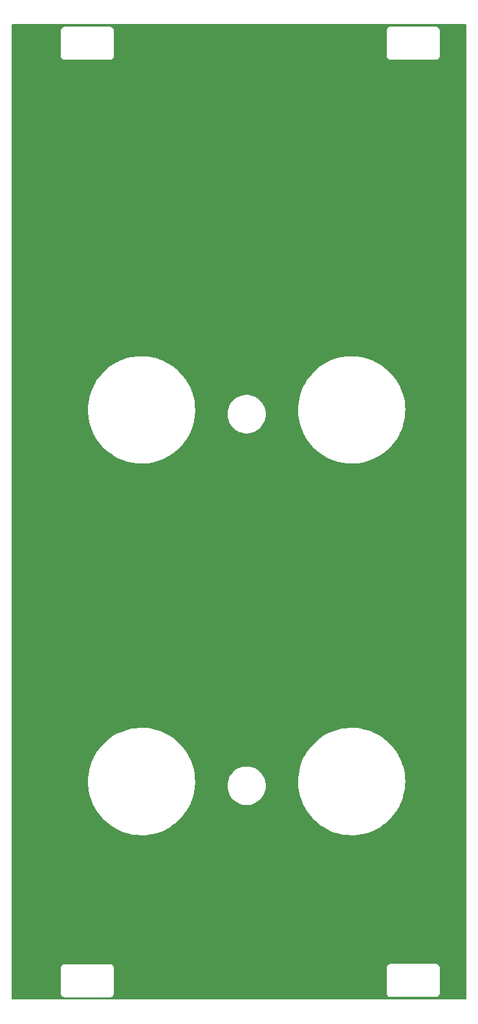
<source format=gbr>
%TF.GenerationSoftware,KiCad,Pcbnew,(6.0.4-0)*%
%TF.CreationDate,2022-10-28T00:48:46+02:00*%
%TF.ProjectId,NE2Pi-Frontpanel,4e453250-692d-4467-926f-6e7470616e65,rev?*%
%TF.SameCoordinates,Original*%
%TF.FileFunction,Copper,L1,Top*%
%TF.FilePolarity,Positive*%
%FSLAX46Y46*%
G04 Gerber Fmt 4.6, Leading zero omitted, Abs format (unit mm)*
G04 Created by KiCad (PCBNEW (6.0.4-0)) date 2022-10-28 00:48:46*
%MOMM*%
%LPD*%
G01*
G04 APERTURE LIST*
G04 APERTURE END LIST*
%TA.AperFunction,NonConductor*%
G36*
X80083621Y-18848502D02*
G01*
X80130114Y-18902158D01*
X80141500Y-18954500D01*
X80141500Y-146115500D01*
X80121498Y-146183621D01*
X80067842Y-146230114D01*
X80015500Y-146241500D01*
X20684500Y-146241500D01*
X20616379Y-146221498D01*
X20569886Y-146167842D01*
X20558500Y-146115500D01*
X20558500Y-145489721D01*
X27041024Y-145489721D01*
X27043491Y-145498352D01*
X27049150Y-145518153D01*
X27052728Y-145534915D01*
X27056920Y-145564187D01*
X27060634Y-145572355D01*
X27060634Y-145572356D01*
X27067548Y-145587562D01*
X27073996Y-145605086D01*
X27081051Y-145629771D01*
X27085843Y-145637365D01*
X27085844Y-145637368D01*
X27096830Y-145654780D01*
X27104969Y-145669863D01*
X27117208Y-145696782D01*
X27123069Y-145703584D01*
X27133970Y-145716235D01*
X27145073Y-145731239D01*
X27158776Y-145752958D01*
X27165501Y-145758897D01*
X27165504Y-145758901D01*
X27180938Y-145772532D01*
X27192982Y-145784724D01*
X27206427Y-145800327D01*
X27206430Y-145800329D01*
X27212287Y-145807127D01*
X27219816Y-145812007D01*
X27219817Y-145812008D01*
X27233835Y-145821094D01*
X27248709Y-145832385D01*
X27253377Y-145836507D01*
X27267951Y-145849378D01*
X27293708Y-145861471D01*
X27294711Y-145861942D01*
X27309691Y-145870263D01*
X27326983Y-145881471D01*
X27326988Y-145881473D01*
X27334515Y-145886352D01*
X27343108Y-145888922D01*
X27343113Y-145888924D01*
X27359120Y-145893711D01*
X27376564Y-145900372D01*
X27391676Y-145907467D01*
X27391678Y-145907468D01*
X27399800Y-145911281D01*
X27408667Y-145912662D01*
X27408668Y-145912662D01*
X27411353Y-145913080D01*
X27429017Y-145915830D01*
X27445732Y-145919613D01*
X27465466Y-145925515D01*
X27465472Y-145925516D01*
X27474066Y-145928086D01*
X27483037Y-145928141D01*
X27483038Y-145928141D01*
X27493097Y-145928202D01*
X27508506Y-145928296D01*
X27509289Y-145928329D01*
X27510386Y-145928500D01*
X27541377Y-145928500D01*
X27542147Y-145928502D01*
X27615785Y-145928952D01*
X27615786Y-145928952D01*
X27619721Y-145928976D01*
X27621065Y-145928592D01*
X27622410Y-145928500D01*
X33441377Y-145928500D01*
X33442148Y-145928502D01*
X33519721Y-145928976D01*
X33548152Y-145920850D01*
X33564915Y-145917272D01*
X33565753Y-145917152D01*
X33594187Y-145913080D01*
X33603214Y-145908976D01*
X33617562Y-145902452D01*
X33635087Y-145896004D01*
X33635696Y-145895830D01*
X33659771Y-145888949D01*
X33667365Y-145884157D01*
X33667368Y-145884156D01*
X33684780Y-145873170D01*
X33699865Y-145865030D01*
X33726782Y-145852792D01*
X33746235Y-145836030D01*
X33761239Y-145824927D01*
X33782958Y-145811224D01*
X33788897Y-145804499D01*
X33788901Y-145804496D01*
X33802532Y-145789062D01*
X33814724Y-145777018D01*
X33830327Y-145763573D01*
X33830329Y-145763570D01*
X33837127Y-145757713D01*
X33851094Y-145736165D01*
X33862385Y-145721291D01*
X33873431Y-145708783D01*
X33873432Y-145708782D01*
X33879378Y-145702049D01*
X33891943Y-145675287D01*
X33900263Y-145660309D01*
X33911471Y-145643017D01*
X33911473Y-145643012D01*
X33916352Y-145635485D01*
X33918922Y-145626892D01*
X33918924Y-145626887D01*
X33923711Y-145610880D01*
X33930372Y-145593436D01*
X33937467Y-145578324D01*
X33937468Y-145578322D01*
X33941281Y-145570200D01*
X33945830Y-145540983D01*
X33949613Y-145524268D01*
X33955515Y-145504534D01*
X33955516Y-145504528D01*
X33958086Y-145495934D01*
X33958246Y-145469721D01*
X69691024Y-145469721D01*
X69693491Y-145478352D01*
X69699150Y-145498153D01*
X69702728Y-145514915D01*
X69706920Y-145544187D01*
X69710634Y-145552355D01*
X69710634Y-145552356D01*
X69717548Y-145567562D01*
X69723996Y-145585086D01*
X69731051Y-145609771D01*
X69735843Y-145617365D01*
X69735844Y-145617368D01*
X69746830Y-145634780D01*
X69754969Y-145649863D01*
X69767208Y-145676782D01*
X69773069Y-145683584D01*
X69783970Y-145696235D01*
X69795073Y-145711239D01*
X69808776Y-145732958D01*
X69815501Y-145738897D01*
X69815504Y-145738901D01*
X69830938Y-145752532D01*
X69842982Y-145764724D01*
X69856427Y-145780327D01*
X69856430Y-145780329D01*
X69862287Y-145787127D01*
X69869816Y-145792007D01*
X69869817Y-145792008D01*
X69883835Y-145801094D01*
X69898709Y-145812385D01*
X69908571Y-145821094D01*
X69917951Y-145829378D01*
X69944711Y-145841942D01*
X69959691Y-145850263D01*
X69976983Y-145861471D01*
X69976988Y-145861473D01*
X69984515Y-145866352D01*
X69993108Y-145868922D01*
X69993113Y-145868924D01*
X70009120Y-145873711D01*
X70026564Y-145880372D01*
X70041676Y-145887467D01*
X70041678Y-145887468D01*
X70049800Y-145891281D01*
X70058667Y-145892662D01*
X70058668Y-145892662D01*
X70068310Y-145894163D01*
X70079017Y-145895830D01*
X70095732Y-145899613D01*
X70115466Y-145905515D01*
X70115472Y-145905516D01*
X70124066Y-145908086D01*
X70133037Y-145908141D01*
X70133038Y-145908141D01*
X70143097Y-145908202D01*
X70158506Y-145908296D01*
X70159289Y-145908329D01*
X70160386Y-145908500D01*
X70191377Y-145908500D01*
X70192147Y-145908502D01*
X70265785Y-145908952D01*
X70265786Y-145908952D01*
X70269721Y-145908976D01*
X70271065Y-145908592D01*
X70272410Y-145908500D01*
X76091377Y-145908500D01*
X76092148Y-145908502D01*
X76169721Y-145908976D01*
X76198152Y-145900850D01*
X76214915Y-145897272D01*
X76215753Y-145897152D01*
X76244187Y-145893080D01*
X76267564Y-145882451D01*
X76285087Y-145876004D01*
X76309771Y-145868949D01*
X76317365Y-145864157D01*
X76317368Y-145864156D01*
X76334780Y-145853170D01*
X76349865Y-145845030D01*
X76353382Y-145843431D01*
X76376782Y-145832792D01*
X76396235Y-145816030D01*
X76411239Y-145804927D01*
X76432958Y-145791224D01*
X76438897Y-145784499D01*
X76438901Y-145784496D01*
X76452532Y-145769062D01*
X76464724Y-145757018D01*
X76480327Y-145743573D01*
X76480329Y-145743570D01*
X76487127Y-145737713D01*
X76493223Y-145728309D01*
X76501094Y-145716165D01*
X76512385Y-145701291D01*
X76523431Y-145688783D01*
X76523432Y-145688782D01*
X76529378Y-145682049D01*
X76541943Y-145655287D01*
X76550263Y-145640309D01*
X76561471Y-145623017D01*
X76561473Y-145623012D01*
X76566352Y-145615485D01*
X76568922Y-145606892D01*
X76568924Y-145606887D01*
X76573711Y-145590880D01*
X76580372Y-145573436D01*
X76587467Y-145558324D01*
X76587468Y-145558322D01*
X76591281Y-145550200D01*
X76595830Y-145520983D01*
X76599613Y-145504268D01*
X76605515Y-145484534D01*
X76605516Y-145484528D01*
X76608086Y-145475934D01*
X76608296Y-145441494D01*
X76608329Y-145440711D01*
X76608500Y-145439614D01*
X76608500Y-145408623D01*
X76608502Y-145407853D01*
X76608952Y-145334215D01*
X76608952Y-145334214D01*
X76608976Y-145330279D01*
X76608592Y-145328935D01*
X76608500Y-145327590D01*
X76608500Y-142108623D01*
X76608502Y-142107853D01*
X76608603Y-142091377D01*
X76608976Y-142030279D01*
X76600850Y-142001847D01*
X76597272Y-141985085D01*
X76594352Y-141964698D01*
X76593080Y-141955813D01*
X76582451Y-141932436D01*
X76576004Y-141914913D01*
X76568949Y-141890229D01*
X76562300Y-141879691D01*
X76553170Y-141865220D01*
X76545030Y-141850135D01*
X76532792Y-141823218D01*
X76516030Y-141803765D01*
X76504927Y-141788761D01*
X76491224Y-141767042D01*
X76484499Y-141761103D01*
X76484496Y-141761099D01*
X76469062Y-141747468D01*
X76457018Y-141735276D01*
X76443573Y-141719673D01*
X76443570Y-141719671D01*
X76437713Y-141712873D01*
X76424009Y-141703990D01*
X76416165Y-141698906D01*
X76401291Y-141687615D01*
X76388783Y-141676569D01*
X76388782Y-141676568D01*
X76382049Y-141670622D01*
X76355287Y-141658057D01*
X76340309Y-141649737D01*
X76323017Y-141638529D01*
X76323012Y-141638527D01*
X76315485Y-141633648D01*
X76306892Y-141631078D01*
X76306887Y-141631076D01*
X76290880Y-141626289D01*
X76273436Y-141619628D01*
X76258324Y-141612533D01*
X76258322Y-141612532D01*
X76250200Y-141608719D01*
X76241333Y-141607338D01*
X76241332Y-141607338D01*
X76230478Y-141605648D01*
X76220983Y-141604170D01*
X76204268Y-141600387D01*
X76184534Y-141594485D01*
X76184528Y-141594484D01*
X76175934Y-141591914D01*
X76166963Y-141591859D01*
X76166962Y-141591859D01*
X76156903Y-141591798D01*
X76141494Y-141591704D01*
X76140711Y-141591671D01*
X76139614Y-141591500D01*
X76108623Y-141591500D01*
X76107853Y-141591498D01*
X76034215Y-141591048D01*
X76034214Y-141591048D01*
X76030279Y-141591024D01*
X76028935Y-141591408D01*
X76027590Y-141591500D01*
X70208623Y-141591500D01*
X70207853Y-141591498D01*
X70207037Y-141591493D01*
X70130279Y-141591024D01*
X70107918Y-141597415D01*
X70101847Y-141599150D01*
X70085085Y-141602728D01*
X70055813Y-141606920D01*
X70047645Y-141610634D01*
X70047644Y-141610634D01*
X70032438Y-141617548D01*
X70014914Y-141623996D01*
X69990229Y-141631051D01*
X69982635Y-141635843D01*
X69982632Y-141635844D01*
X69965220Y-141646830D01*
X69950137Y-141654969D01*
X69923218Y-141667208D01*
X69916416Y-141673069D01*
X69903765Y-141683970D01*
X69888761Y-141695073D01*
X69867042Y-141708776D01*
X69861103Y-141715501D01*
X69861099Y-141715504D01*
X69847468Y-141730938D01*
X69835276Y-141742982D01*
X69819673Y-141756427D01*
X69819671Y-141756430D01*
X69812873Y-141762287D01*
X69807993Y-141769816D01*
X69807992Y-141769817D01*
X69798906Y-141783835D01*
X69787615Y-141798709D01*
X69778747Y-141808751D01*
X69770622Y-141817951D01*
X69761232Y-141837951D01*
X69758058Y-141844711D01*
X69749737Y-141859691D01*
X69738529Y-141876983D01*
X69738527Y-141876988D01*
X69733648Y-141884515D01*
X69731078Y-141893108D01*
X69731076Y-141893113D01*
X69726289Y-141909120D01*
X69719628Y-141926564D01*
X69714218Y-141938088D01*
X69708719Y-141949800D01*
X69704669Y-141975813D01*
X69704170Y-141979015D01*
X69700387Y-141995732D01*
X69694485Y-142015466D01*
X69694484Y-142015472D01*
X69691914Y-142024066D01*
X69691859Y-142033037D01*
X69691859Y-142033038D01*
X69691704Y-142058497D01*
X69691671Y-142059289D01*
X69691500Y-142060386D01*
X69691500Y-142091377D01*
X69691498Y-142092147D01*
X69691381Y-142111377D01*
X69691024Y-142169721D01*
X69691408Y-142171065D01*
X69691500Y-142172410D01*
X69691500Y-145391377D01*
X69691498Y-145392147D01*
X69691024Y-145469721D01*
X33958246Y-145469721D01*
X33958296Y-145461494D01*
X33958329Y-145460711D01*
X33958500Y-145459614D01*
X33958500Y-145428623D01*
X33958502Y-145427853D01*
X33958952Y-145354215D01*
X33958952Y-145354214D01*
X33958976Y-145350279D01*
X33958592Y-145348935D01*
X33958500Y-145347590D01*
X33958500Y-142128623D01*
X33958502Y-142127853D01*
X33958800Y-142079102D01*
X33958976Y-142050279D01*
X33950850Y-142021847D01*
X33947272Y-142005085D01*
X33946403Y-141999015D01*
X33943080Y-141975813D01*
X33932451Y-141952436D01*
X33926004Y-141934913D01*
X33923618Y-141926564D01*
X33918949Y-141910229D01*
X33911777Y-141898862D01*
X33903170Y-141885220D01*
X33895030Y-141870135D01*
X33892564Y-141864711D01*
X33882792Y-141843218D01*
X33866030Y-141823765D01*
X33854927Y-141808761D01*
X33841224Y-141787042D01*
X33834499Y-141781103D01*
X33834496Y-141781099D01*
X33819062Y-141767468D01*
X33807018Y-141755276D01*
X33793573Y-141739673D01*
X33793570Y-141739671D01*
X33787713Y-141732873D01*
X33774009Y-141723990D01*
X33766165Y-141718906D01*
X33751291Y-141707615D01*
X33738783Y-141696569D01*
X33738782Y-141696568D01*
X33732049Y-141690622D01*
X33705287Y-141678057D01*
X33690309Y-141669737D01*
X33673017Y-141658529D01*
X33673012Y-141658527D01*
X33665485Y-141653648D01*
X33656892Y-141651078D01*
X33656887Y-141651076D01*
X33640880Y-141646289D01*
X33623436Y-141639628D01*
X33608324Y-141632533D01*
X33608322Y-141632532D01*
X33600200Y-141628719D01*
X33591333Y-141627338D01*
X33591332Y-141627338D01*
X33580478Y-141625648D01*
X33570983Y-141624170D01*
X33554268Y-141620387D01*
X33534534Y-141614485D01*
X33534528Y-141614484D01*
X33525934Y-141611914D01*
X33516963Y-141611859D01*
X33516962Y-141611859D01*
X33506903Y-141611798D01*
X33491494Y-141611704D01*
X33490711Y-141611671D01*
X33489614Y-141611500D01*
X33458623Y-141611500D01*
X33457853Y-141611498D01*
X33384215Y-141611048D01*
X33384214Y-141611048D01*
X33380279Y-141611024D01*
X33378935Y-141611408D01*
X33377590Y-141611500D01*
X27558623Y-141611500D01*
X27557853Y-141611498D01*
X27557037Y-141611493D01*
X27480279Y-141611024D01*
X27457918Y-141617415D01*
X27451847Y-141619150D01*
X27435085Y-141622728D01*
X27405813Y-141626920D01*
X27386186Y-141635844D01*
X27382438Y-141637548D01*
X27364914Y-141643996D01*
X27340229Y-141651051D01*
X27332635Y-141655843D01*
X27332632Y-141655844D01*
X27315220Y-141666830D01*
X27300137Y-141674969D01*
X27273218Y-141687208D01*
X27266416Y-141693069D01*
X27253765Y-141703970D01*
X27238761Y-141715073D01*
X27217042Y-141728776D01*
X27211103Y-141735501D01*
X27211099Y-141735504D01*
X27197468Y-141750938D01*
X27185276Y-141762982D01*
X27169673Y-141776427D01*
X27169671Y-141776430D01*
X27162873Y-141782287D01*
X27157993Y-141789816D01*
X27157992Y-141789817D01*
X27148906Y-141803835D01*
X27137615Y-141818709D01*
X27126569Y-141831217D01*
X27120622Y-141837951D01*
X27110415Y-141859691D01*
X27108058Y-141864711D01*
X27099737Y-141879691D01*
X27088529Y-141896983D01*
X27088527Y-141896988D01*
X27083648Y-141904515D01*
X27081078Y-141913108D01*
X27081076Y-141913113D01*
X27076289Y-141929120D01*
X27069628Y-141946564D01*
X27062533Y-141961676D01*
X27058719Y-141969800D01*
X27057338Y-141978667D01*
X27057338Y-141978668D01*
X27054170Y-141999015D01*
X27050387Y-142015732D01*
X27044485Y-142035466D01*
X27044484Y-142035472D01*
X27041914Y-142044066D01*
X27041859Y-142053037D01*
X27041859Y-142053038D01*
X27041704Y-142078497D01*
X27041671Y-142079289D01*
X27041500Y-142080386D01*
X27041500Y-142111377D01*
X27041498Y-142112147D01*
X27041024Y-142189721D01*
X27041408Y-142191065D01*
X27041500Y-142192410D01*
X27041500Y-145411377D01*
X27041498Y-145412147D01*
X27041024Y-145489721D01*
X20558500Y-145489721D01*
X20558500Y-117823443D01*
X30586981Y-117823443D01*
X30611193Y-118336867D01*
X30611471Y-118339167D01*
X30611472Y-118339175D01*
X30631851Y-118507577D01*
X30672943Y-118847138D01*
X30771898Y-119351517D01*
X30772509Y-119353750D01*
X30772511Y-119353759D01*
X30906918Y-119845069D01*
X30907527Y-119847294D01*
X31079102Y-120331806D01*
X31285701Y-120802452D01*
X31286789Y-120804508D01*
X31286792Y-120804513D01*
X31423187Y-121062118D01*
X31526214Y-121256702D01*
X31799350Y-121692118D01*
X32103641Y-122106360D01*
X32437454Y-122497205D01*
X32798995Y-122862551D01*
X32800726Y-122864061D01*
X32800727Y-122864062D01*
X33184589Y-123198928D01*
X33184602Y-123198938D01*
X33186322Y-123200439D01*
X33188157Y-123201817D01*
X33188161Y-123201820D01*
X33595499Y-123507658D01*
X33595508Y-123507664D01*
X33597355Y-123509051D01*
X34029887Y-123786732D01*
X34031917Y-123787834D01*
X34479571Y-124030890D01*
X34479579Y-124030894D01*
X34481594Y-124031988D01*
X34483687Y-124032933D01*
X34483689Y-124032934D01*
X34947938Y-124242551D01*
X34947952Y-124242557D01*
X34950050Y-124243504D01*
X35432739Y-124420144D01*
X35434966Y-124420778D01*
X35434971Y-124420780D01*
X35924845Y-124560324D01*
X35924851Y-124560325D01*
X35927068Y-124560957D01*
X35929329Y-124561425D01*
X35929328Y-124561425D01*
X36428131Y-124664723D01*
X36428141Y-124664725D01*
X36430383Y-124665189D01*
X36939980Y-124732278D01*
X37190796Y-124746740D01*
X37450825Y-124761734D01*
X37450837Y-124761734D01*
X37453122Y-124761866D01*
X37455422Y-124761830D01*
X37455428Y-124761830D01*
X37964721Y-124753829D01*
X37964731Y-124753828D01*
X37967053Y-124753792D01*
X38005667Y-124750346D01*
X38476710Y-124708307D01*
X38476722Y-124708305D01*
X38479013Y-124708101D01*
X38986251Y-124625038D01*
X39486043Y-124505048D01*
X39488241Y-124504346D01*
X39488250Y-124504344D01*
X39754577Y-124419348D01*
X39975706Y-124348777D01*
X39977853Y-124347914D01*
X40450469Y-124157923D01*
X40450472Y-124157922D01*
X40452608Y-124157063D01*
X40914189Y-123930937D01*
X41241434Y-123739711D01*
X41355975Y-123672779D01*
X41355979Y-123672776D01*
X41357970Y-123671613D01*
X41781566Y-123380483D01*
X42182703Y-123059112D01*
X42559226Y-122709226D01*
X42909112Y-122332703D01*
X43230483Y-121931566D01*
X43521613Y-121507970D01*
X43780937Y-121064189D01*
X44007063Y-120602608D01*
X44060338Y-120470084D01*
X44197914Y-120127853D01*
X44197915Y-120127851D01*
X44198777Y-120125706D01*
X44276913Y-119880874D01*
X44354344Y-119638250D01*
X44354346Y-119638241D01*
X44355048Y-119636043D01*
X44475038Y-119136251D01*
X44558101Y-118629013D01*
X44587465Y-118300000D01*
X48836540Y-118300000D01*
X48856359Y-118615020D01*
X48915505Y-118925072D01*
X49013044Y-119225266D01*
X49014731Y-119228852D01*
X49014733Y-119228856D01*
X49145750Y-119507283D01*
X49145754Y-119507290D01*
X49147438Y-119510869D01*
X49316568Y-119777375D01*
X49517767Y-120020582D01*
X49747860Y-120236654D01*
X50003221Y-120422184D01*
X50279821Y-120574247D01*
X50283490Y-120575700D01*
X50283495Y-120575702D01*
X50436869Y-120636427D01*
X50573298Y-120690443D01*
X50879025Y-120768940D01*
X51192179Y-120808500D01*
X51507821Y-120808500D01*
X51820975Y-120768940D01*
X52126702Y-120690443D01*
X52263131Y-120636427D01*
X52416505Y-120575702D01*
X52416510Y-120575700D01*
X52420179Y-120574247D01*
X52696779Y-120422184D01*
X52952140Y-120236654D01*
X53182233Y-120020582D01*
X53383432Y-119777375D01*
X53552562Y-119510869D01*
X53554246Y-119507290D01*
X53554250Y-119507283D01*
X53685267Y-119228856D01*
X53685269Y-119228852D01*
X53686956Y-119225266D01*
X53784495Y-118925072D01*
X53843641Y-118615020D01*
X53863460Y-118300000D01*
X53843641Y-117984980D01*
X53812826Y-117823443D01*
X58086981Y-117823443D01*
X58111193Y-118336867D01*
X58111471Y-118339167D01*
X58111472Y-118339175D01*
X58131851Y-118507577D01*
X58172943Y-118847138D01*
X58271898Y-119351517D01*
X58272509Y-119353750D01*
X58272511Y-119353759D01*
X58406918Y-119845069D01*
X58407527Y-119847294D01*
X58579102Y-120331806D01*
X58785701Y-120802452D01*
X58786789Y-120804508D01*
X58786792Y-120804513D01*
X58923187Y-121062118D01*
X59026214Y-121256702D01*
X59299350Y-121692118D01*
X59603641Y-122106360D01*
X59937454Y-122497205D01*
X60298995Y-122862551D01*
X60300726Y-122864061D01*
X60300727Y-122864062D01*
X60684589Y-123198928D01*
X60684602Y-123198938D01*
X60686322Y-123200439D01*
X60688157Y-123201817D01*
X60688161Y-123201820D01*
X61095499Y-123507658D01*
X61095508Y-123507664D01*
X61097355Y-123509051D01*
X61529887Y-123786732D01*
X61531917Y-123787834D01*
X61979571Y-124030890D01*
X61979579Y-124030894D01*
X61981594Y-124031988D01*
X61983687Y-124032933D01*
X61983689Y-124032934D01*
X62447938Y-124242551D01*
X62447952Y-124242557D01*
X62450050Y-124243504D01*
X62932739Y-124420144D01*
X62934966Y-124420778D01*
X62934971Y-124420780D01*
X63424845Y-124560324D01*
X63424851Y-124560325D01*
X63427068Y-124560957D01*
X63429329Y-124561425D01*
X63429328Y-124561425D01*
X63928131Y-124664723D01*
X63928141Y-124664725D01*
X63930383Y-124665189D01*
X64439980Y-124732278D01*
X64690796Y-124746740D01*
X64950825Y-124761734D01*
X64950837Y-124761734D01*
X64953122Y-124761866D01*
X64955422Y-124761830D01*
X64955428Y-124761830D01*
X65464721Y-124753829D01*
X65464731Y-124753828D01*
X65467053Y-124753792D01*
X65505667Y-124750346D01*
X65976710Y-124708307D01*
X65976722Y-124708305D01*
X65979013Y-124708101D01*
X66486251Y-124625038D01*
X66986043Y-124505048D01*
X66988241Y-124504346D01*
X66988250Y-124504344D01*
X67254577Y-124419348D01*
X67475706Y-124348777D01*
X67477853Y-124347914D01*
X67950469Y-124157923D01*
X67950472Y-124157922D01*
X67952608Y-124157063D01*
X68414189Y-123930937D01*
X68741434Y-123739711D01*
X68855975Y-123672779D01*
X68855979Y-123672776D01*
X68857970Y-123671613D01*
X69281566Y-123380483D01*
X69682703Y-123059112D01*
X70059226Y-122709226D01*
X70409112Y-122332703D01*
X70730483Y-121931566D01*
X71021613Y-121507970D01*
X71280937Y-121064189D01*
X71507063Y-120602608D01*
X71560338Y-120470084D01*
X71697914Y-120127853D01*
X71697915Y-120127851D01*
X71698777Y-120125706D01*
X71776913Y-119880874D01*
X71854344Y-119638250D01*
X71854346Y-119638241D01*
X71855048Y-119636043D01*
X71975038Y-119136251D01*
X72058101Y-118629013D01*
X72087465Y-118300000D01*
X72103615Y-118119034D01*
X72103792Y-118117053D01*
X72113404Y-117750000D01*
X72094569Y-117236351D01*
X72077947Y-117085784D01*
X72061805Y-116939573D01*
X72038167Y-116725461D01*
X71944499Y-116220073D01*
X71862779Y-115908576D01*
X71814652Y-115725127D01*
X71814648Y-115725113D01*
X71814068Y-115722903D01*
X71686844Y-115351309D01*
X71648321Y-115238793D01*
X71648318Y-115238784D01*
X71647577Y-115236621D01*
X71646683Y-115234525D01*
X71646678Y-115234512D01*
X71511977Y-114918712D01*
X71445918Y-114763838D01*
X71311989Y-114504355D01*
X71211236Y-114309151D01*
X71211232Y-114309145D01*
X71210174Y-114307094D01*
X70941613Y-113868841D01*
X70641676Y-113451435D01*
X70311975Y-113057117D01*
X69954280Y-112688004D01*
X69823742Y-112571698D01*
X69572233Y-112347612D01*
X69572227Y-112347607D01*
X69570512Y-112346079D01*
X69162733Y-112033179D01*
X69160828Y-112031928D01*
X69160813Y-112031917D01*
X68735061Y-111752251D01*
X68735052Y-111752246D01*
X68733133Y-111750985D01*
X68284019Y-111501011D01*
X68127466Y-111428342D01*
X67819889Y-111285569D01*
X67819882Y-111285566D01*
X67817803Y-111284601D01*
X67336990Y-111102917D01*
X67334789Y-111102265D01*
X67334783Y-111102263D01*
X66846389Y-110957594D01*
X66846380Y-110957592D01*
X66844163Y-110956935D01*
X66341967Y-110847439D01*
X65833100Y-110775016D01*
X65320296Y-110740057D01*
X65317979Y-110740069D01*
X65317975Y-110740069D01*
X65033884Y-110741557D01*
X64806309Y-110742748D01*
X64687058Y-110752133D01*
X64296196Y-110782894D01*
X64296190Y-110782895D01*
X64293899Y-110783075D01*
X63981510Y-110830878D01*
X63788112Y-110860472D01*
X63788109Y-110860473D01*
X63785819Y-110860823D01*
X63783565Y-110861339D01*
X63783561Y-110861340D01*
X63287049Y-110975056D01*
X63287043Y-110975058D01*
X63284797Y-110975572D01*
X63282589Y-110976251D01*
X63282590Y-110976251D01*
X62795728Y-111126029D01*
X62795721Y-111126031D01*
X62793525Y-111126707D01*
X62314641Y-111313416D01*
X62036523Y-111446071D01*
X61923374Y-111500041D01*
X61850718Y-111534696D01*
X61848730Y-111535830D01*
X61406247Y-111788217D01*
X61406234Y-111788225D01*
X61404246Y-111789359D01*
X60977625Y-112076037D01*
X60573144Y-112393190D01*
X60192978Y-112739114D01*
X59839168Y-113111953D01*
X59513614Y-113509702D01*
X59218064Y-113930226D01*
X59216873Y-113932216D01*
X58991283Y-114309151D01*
X58954107Y-114371267D01*
X58723160Y-114830455D01*
X58722276Y-114832590D01*
X58722272Y-114832598D01*
X58527340Y-115303205D01*
X58526463Y-115305323D01*
X58525744Y-115307497D01*
X58387626Y-115725127D01*
X58365072Y-115793323D01*
X58239856Y-116291831D01*
X58239462Y-116294089D01*
X58239460Y-116294098D01*
X58226901Y-116366057D01*
X58151485Y-116798172D01*
X58100435Y-117309625D01*
X58098331Y-117389968D01*
X58090547Y-117687258D01*
X58088853Y-117751970D01*
X58086981Y-117823443D01*
X53812826Y-117823443D01*
X53784495Y-117674928D01*
X53686956Y-117374734D01*
X53657400Y-117311924D01*
X53554250Y-117092717D01*
X53554246Y-117092710D01*
X53552562Y-117089131D01*
X53383432Y-116822625D01*
X53182233Y-116579418D01*
X52952140Y-116363346D01*
X52696779Y-116177816D01*
X52420179Y-116025753D01*
X52416510Y-116024300D01*
X52416505Y-116024298D01*
X52130372Y-115911010D01*
X52130371Y-115911010D01*
X52126702Y-115909557D01*
X51820975Y-115831060D01*
X51507821Y-115791500D01*
X51192179Y-115791500D01*
X50879025Y-115831060D01*
X50573298Y-115909557D01*
X50569629Y-115911010D01*
X50569628Y-115911010D01*
X50283495Y-116024298D01*
X50283490Y-116024300D01*
X50279821Y-116025753D01*
X50003221Y-116177816D01*
X49747860Y-116363346D01*
X49517767Y-116579418D01*
X49316568Y-116822625D01*
X49147438Y-117089131D01*
X49145754Y-117092710D01*
X49145750Y-117092717D01*
X49042600Y-117311924D01*
X49013044Y-117374734D01*
X48915505Y-117674928D01*
X48856359Y-117984980D01*
X48838833Y-118263559D01*
X48836540Y-118300000D01*
X44587465Y-118300000D01*
X44603615Y-118119034D01*
X44603792Y-118117053D01*
X44613404Y-117750000D01*
X44594569Y-117236351D01*
X44577947Y-117085784D01*
X44561805Y-116939573D01*
X44538167Y-116725461D01*
X44444499Y-116220073D01*
X44362779Y-115908576D01*
X44314652Y-115725127D01*
X44314648Y-115725113D01*
X44314068Y-115722903D01*
X44186844Y-115351309D01*
X44148321Y-115238793D01*
X44148318Y-115238784D01*
X44147577Y-115236621D01*
X44146683Y-115234525D01*
X44146678Y-115234512D01*
X44011977Y-114918712D01*
X43945918Y-114763838D01*
X43811989Y-114504355D01*
X43711236Y-114309151D01*
X43711232Y-114309145D01*
X43710174Y-114307094D01*
X43441613Y-113868841D01*
X43141676Y-113451435D01*
X42811975Y-113057117D01*
X42454280Y-112688004D01*
X42323742Y-112571698D01*
X42072233Y-112347612D01*
X42072227Y-112347607D01*
X42070512Y-112346079D01*
X41662733Y-112033179D01*
X41660828Y-112031928D01*
X41660813Y-112031917D01*
X41235061Y-111752251D01*
X41235052Y-111752246D01*
X41233133Y-111750985D01*
X40784019Y-111501011D01*
X40627466Y-111428342D01*
X40319889Y-111285569D01*
X40319882Y-111285566D01*
X40317803Y-111284601D01*
X39836990Y-111102917D01*
X39834789Y-111102265D01*
X39834783Y-111102263D01*
X39346389Y-110957594D01*
X39346380Y-110957592D01*
X39344163Y-110956935D01*
X38841967Y-110847439D01*
X38333100Y-110775016D01*
X37820296Y-110740057D01*
X37817979Y-110740069D01*
X37817975Y-110740069D01*
X37533884Y-110741557D01*
X37306309Y-110742748D01*
X37187058Y-110752133D01*
X36796196Y-110782894D01*
X36796190Y-110782895D01*
X36793899Y-110783075D01*
X36481510Y-110830878D01*
X36288112Y-110860472D01*
X36288109Y-110860473D01*
X36285819Y-110860823D01*
X36283565Y-110861339D01*
X36283561Y-110861340D01*
X35787049Y-110975056D01*
X35787043Y-110975058D01*
X35784797Y-110975572D01*
X35782589Y-110976251D01*
X35782590Y-110976251D01*
X35295728Y-111126029D01*
X35295721Y-111126031D01*
X35293525Y-111126707D01*
X34814641Y-111313416D01*
X34536524Y-111446071D01*
X34423374Y-111500041D01*
X34350718Y-111534696D01*
X34348730Y-111535830D01*
X33906247Y-111788217D01*
X33906234Y-111788225D01*
X33904246Y-111789359D01*
X33477625Y-112076037D01*
X33073144Y-112393190D01*
X32692978Y-112739114D01*
X32339168Y-113111953D01*
X32013614Y-113509702D01*
X31718064Y-113930226D01*
X31716873Y-113932216D01*
X31491283Y-114309151D01*
X31454107Y-114371267D01*
X31223160Y-114830455D01*
X31222276Y-114832590D01*
X31222272Y-114832598D01*
X31027340Y-115303205D01*
X31026463Y-115305323D01*
X31025744Y-115307497D01*
X30887626Y-115725127D01*
X30865072Y-115793323D01*
X30739856Y-116291831D01*
X30739462Y-116294089D01*
X30739460Y-116294098D01*
X30726901Y-116366057D01*
X30651485Y-116798172D01*
X30600435Y-117309625D01*
X30598331Y-117389968D01*
X30590547Y-117687258D01*
X30588853Y-117751970D01*
X30586981Y-117823443D01*
X20558500Y-117823443D01*
X20558500Y-69273443D01*
X30586981Y-69273443D01*
X30611193Y-69786867D01*
X30611471Y-69789167D01*
X30611472Y-69789175D01*
X30631851Y-69957577D01*
X30672943Y-70297138D01*
X30771898Y-70801517D01*
X30772509Y-70803750D01*
X30772511Y-70803759D01*
X30906918Y-71295069D01*
X30907527Y-71297294D01*
X31079102Y-71781806D01*
X31285701Y-72252452D01*
X31286789Y-72254508D01*
X31286792Y-72254513D01*
X31423187Y-72512118D01*
X31526214Y-72706702D01*
X31799350Y-73142118D01*
X32103641Y-73556360D01*
X32437454Y-73947205D01*
X32798995Y-74312551D01*
X32800726Y-74314061D01*
X32800727Y-74314062D01*
X33184589Y-74648928D01*
X33184602Y-74648938D01*
X33186322Y-74650439D01*
X33188157Y-74651817D01*
X33188161Y-74651820D01*
X33595499Y-74957658D01*
X33595508Y-74957664D01*
X33597355Y-74959051D01*
X34029887Y-75236732D01*
X34031917Y-75237834D01*
X34479571Y-75480890D01*
X34479579Y-75480894D01*
X34481594Y-75481988D01*
X34483687Y-75482933D01*
X34483689Y-75482934D01*
X34947938Y-75692551D01*
X34947952Y-75692557D01*
X34950050Y-75693504D01*
X35432739Y-75870144D01*
X35434966Y-75870778D01*
X35434971Y-75870780D01*
X35924845Y-76010324D01*
X35924851Y-76010325D01*
X35927068Y-76010957D01*
X35929329Y-76011425D01*
X35929328Y-76011425D01*
X36428131Y-76114723D01*
X36428141Y-76114725D01*
X36430383Y-76115189D01*
X36939980Y-76182278D01*
X37190796Y-76196740D01*
X37450825Y-76211734D01*
X37450837Y-76211734D01*
X37453122Y-76211866D01*
X37455422Y-76211830D01*
X37455428Y-76211830D01*
X37964721Y-76203829D01*
X37964731Y-76203828D01*
X37967053Y-76203792D01*
X38005667Y-76200346D01*
X38476710Y-76158307D01*
X38476722Y-76158305D01*
X38479013Y-76158101D01*
X38986251Y-76075038D01*
X39486043Y-75955048D01*
X39488241Y-75954346D01*
X39488250Y-75954344D01*
X39754577Y-75869348D01*
X39975706Y-75798777D01*
X39977853Y-75797914D01*
X40450469Y-75607923D01*
X40450472Y-75607922D01*
X40452608Y-75607063D01*
X40914189Y-75380937D01*
X41241434Y-75189711D01*
X41355975Y-75122779D01*
X41355979Y-75122776D01*
X41357970Y-75121613D01*
X41781566Y-74830483D01*
X42182703Y-74509112D01*
X42559226Y-74159226D01*
X42909112Y-73782703D01*
X43230483Y-73381566D01*
X43521613Y-72957970D01*
X43780937Y-72514189D01*
X44007063Y-72052608D01*
X44060338Y-71920084D01*
X44197914Y-71577853D01*
X44197915Y-71577851D01*
X44198777Y-71575706D01*
X44276913Y-71330874D01*
X44354344Y-71088250D01*
X44354346Y-71088241D01*
X44355048Y-71086043D01*
X44475038Y-70586251D01*
X44558101Y-70079013D01*
X44587465Y-69750000D01*
X48836540Y-69750000D01*
X48856359Y-70065020D01*
X48915505Y-70375072D01*
X49013044Y-70675266D01*
X49014731Y-70678852D01*
X49014733Y-70678856D01*
X49145750Y-70957283D01*
X49145754Y-70957290D01*
X49147438Y-70960869D01*
X49316568Y-71227375D01*
X49517767Y-71470582D01*
X49747860Y-71686654D01*
X50003221Y-71872184D01*
X50279821Y-72024247D01*
X50283490Y-72025700D01*
X50283495Y-72025702D01*
X50436869Y-72086427D01*
X50573298Y-72140443D01*
X50879025Y-72218940D01*
X51192179Y-72258500D01*
X51507821Y-72258500D01*
X51820975Y-72218940D01*
X52126702Y-72140443D01*
X52263131Y-72086427D01*
X52416505Y-72025702D01*
X52416510Y-72025700D01*
X52420179Y-72024247D01*
X52696779Y-71872184D01*
X52952140Y-71686654D01*
X53182233Y-71470582D01*
X53383432Y-71227375D01*
X53552562Y-70960869D01*
X53554246Y-70957290D01*
X53554250Y-70957283D01*
X53685267Y-70678856D01*
X53685269Y-70678852D01*
X53686956Y-70675266D01*
X53784495Y-70375072D01*
X53843641Y-70065020D01*
X53863460Y-69750000D01*
X53843641Y-69434980D01*
X53812826Y-69273443D01*
X58086981Y-69273443D01*
X58111193Y-69786867D01*
X58111471Y-69789167D01*
X58111472Y-69789175D01*
X58131851Y-69957577D01*
X58172943Y-70297138D01*
X58271898Y-70801517D01*
X58272509Y-70803750D01*
X58272511Y-70803759D01*
X58406918Y-71295069D01*
X58407527Y-71297294D01*
X58579102Y-71781806D01*
X58785701Y-72252452D01*
X58786789Y-72254508D01*
X58786792Y-72254513D01*
X58923187Y-72512118D01*
X59026214Y-72706702D01*
X59299350Y-73142118D01*
X59603641Y-73556360D01*
X59937454Y-73947205D01*
X60298995Y-74312551D01*
X60300726Y-74314061D01*
X60300727Y-74314062D01*
X60684589Y-74648928D01*
X60684602Y-74648938D01*
X60686322Y-74650439D01*
X60688157Y-74651817D01*
X60688161Y-74651820D01*
X61095499Y-74957658D01*
X61095508Y-74957664D01*
X61097355Y-74959051D01*
X61529887Y-75236732D01*
X61531917Y-75237834D01*
X61979571Y-75480890D01*
X61979579Y-75480894D01*
X61981594Y-75481988D01*
X61983687Y-75482933D01*
X61983689Y-75482934D01*
X62447938Y-75692551D01*
X62447952Y-75692557D01*
X62450050Y-75693504D01*
X62932739Y-75870144D01*
X62934966Y-75870778D01*
X62934971Y-75870780D01*
X63424845Y-76010324D01*
X63424851Y-76010325D01*
X63427068Y-76010957D01*
X63429329Y-76011425D01*
X63429328Y-76011425D01*
X63928131Y-76114723D01*
X63928141Y-76114725D01*
X63930383Y-76115189D01*
X64439980Y-76182278D01*
X64690796Y-76196740D01*
X64950825Y-76211734D01*
X64950837Y-76211734D01*
X64953122Y-76211866D01*
X64955422Y-76211830D01*
X64955428Y-76211830D01*
X65464721Y-76203829D01*
X65464731Y-76203828D01*
X65467053Y-76203792D01*
X65505667Y-76200346D01*
X65976710Y-76158307D01*
X65976722Y-76158305D01*
X65979013Y-76158101D01*
X66486251Y-76075038D01*
X66986043Y-75955048D01*
X66988241Y-75954346D01*
X66988250Y-75954344D01*
X67254577Y-75869348D01*
X67475706Y-75798777D01*
X67477853Y-75797914D01*
X67950469Y-75607923D01*
X67950472Y-75607922D01*
X67952608Y-75607063D01*
X68414189Y-75380937D01*
X68741434Y-75189711D01*
X68855975Y-75122779D01*
X68855979Y-75122776D01*
X68857970Y-75121613D01*
X69281566Y-74830483D01*
X69682703Y-74509112D01*
X70059226Y-74159226D01*
X70409112Y-73782703D01*
X70730483Y-73381566D01*
X71021613Y-72957970D01*
X71280937Y-72514189D01*
X71507063Y-72052608D01*
X71560338Y-71920084D01*
X71697914Y-71577853D01*
X71697915Y-71577851D01*
X71698777Y-71575706D01*
X71776912Y-71330875D01*
X71854344Y-71088250D01*
X71854346Y-71088241D01*
X71855048Y-71086043D01*
X71975038Y-70586251D01*
X72058101Y-70079013D01*
X72087465Y-69750000D01*
X72103615Y-69569034D01*
X72103792Y-69567053D01*
X72113404Y-69200000D01*
X72094569Y-68686351D01*
X72077947Y-68535784D01*
X72061805Y-68389573D01*
X72038167Y-68175461D01*
X71944499Y-67670073D01*
X71862779Y-67358576D01*
X71814652Y-67175127D01*
X71814648Y-67175113D01*
X71814068Y-67172903D01*
X71686844Y-66801309D01*
X71648321Y-66688793D01*
X71648318Y-66688784D01*
X71647577Y-66686621D01*
X71646683Y-66684525D01*
X71646678Y-66684512D01*
X71511977Y-66368712D01*
X71445918Y-66213838D01*
X71311989Y-65954355D01*
X71211236Y-65759151D01*
X71211232Y-65759145D01*
X71210174Y-65757094D01*
X70941613Y-65318841D01*
X70641676Y-64901435D01*
X70311975Y-64507117D01*
X69954280Y-64138004D01*
X69823742Y-64021698D01*
X69572233Y-63797612D01*
X69572227Y-63797607D01*
X69570512Y-63796079D01*
X69162733Y-63483179D01*
X69160828Y-63481928D01*
X69160813Y-63481917D01*
X68735061Y-63202251D01*
X68735052Y-63202246D01*
X68733133Y-63200985D01*
X68284019Y-62951011D01*
X68127466Y-62878342D01*
X67819889Y-62735569D01*
X67819882Y-62735566D01*
X67817803Y-62734601D01*
X67336990Y-62552917D01*
X67334789Y-62552265D01*
X67334783Y-62552263D01*
X66846389Y-62407594D01*
X66846380Y-62407592D01*
X66844163Y-62406935D01*
X66341967Y-62297439D01*
X65833100Y-62225016D01*
X65320296Y-62190057D01*
X65317979Y-62190069D01*
X65317975Y-62190069D01*
X65033884Y-62191557D01*
X64806309Y-62192748D01*
X64687058Y-62202133D01*
X64296196Y-62232894D01*
X64296190Y-62232895D01*
X64293899Y-62233075D01*
X63981510Y-62280878D01*
X63788112Y-62310472D01*
X63788109Y-62310473D01*
X63785819Y-62310823D01*
X63783565Y-62311339D01*
X63783561Y-62311340D01*
X63287049Y-62425056D01*
X63287043Y-62425058D01*
X63284797Y-62425572D01*
X63282589Y-62426251D01*
X63282590Y-62426251D01*
X62795728Y-62576029D01*
X62795721Y-62576031D01*
X62793525Y-62576707D01*
X62314641Y-62763416D01*
X62036524Y-62896071D01*
X61923374Y-62950041D01*
X61850718Y-62984696D01*
X61848730Y-62985830D01*
X61406247Y-63238217D01*
X61406234Y-63238225D01*
X61404246Y-63239359D01*
X60977625Y-63526037D01*
X60573144Y-63843190D01*
X60192978Y-64189114D01*
X59839168Y-64561953D01*
X59513614Y-64959702D01*
X59218064Y-65380226D01*
X59216873Y-65382216D01*
X58991283Y-65759151D01*
X58954107Y-65821267D01*
X58723160Y-66280455D01*
X58722276Y-66282590D01*
X58722272Y-66282598D01*
X58527340Y-66753205D01*
X58526463Y-66755323D01*
X58525744Y-66757497D01*
X58387626Y-67175127D01*
X58365072Y-67243323D01*
X58239856Y-67741831D01*
X58239462Y-67744089D01*
X58239460Y-67744098D01*
X58226901Y-67816057D01*
X58151485Y-68248172D01*
X58100435Y-68759625D01*
X58098331Y-68839968D01*
X58090547Y-69137258D01*
X58088853Y-69201970D01*
X58086981Y-69273443D01*
X53812826Y-69273443D01*
X53784495Y-69124928D01*
X53686956Y-68824734D01*
X53657400Y-68761924D01*
X53554250Y-68542717D01*
X53554246Y-68542710D01*
X53552562Y-68539131D01*
X53383432Y-68272625D01*
X53182233Y-68029418D01*
X52952140Y-67813346D01*
X52696779Y-67627816D01*
X52420179Y-67475753D01*
X52416510Y-67474300D01*
X52416505Y-67474298D01*
X52130372Y-67361010D01*
X52130371Y-67361010D01*
X52126702Y-67359557D01*
X51820975Y-67281060D01*
X51507821Y-67241500D01*
X51192179Y-67241500D01*
X50879025Y-67281060D01*
X50573298Y-67359557D01*
X50569629Y-67361010D01*
X50569628Y-67361010D01*
X50283495Y-67474298D01*
X50283490Y-67474300D01*
X50279821Y-67475753D01*
X50003221Y-67627816D01*
X49747860Y-67813346D01*
X49517767Y-68029418D01*
X49316568Y-68272625D01*
X49147438Y-68539131D01*
X49145754Y-68542710D01*
X49145750Y-68542717D01*
X49042600Y-68761924D01*
X49013044Y-68824734D01*
X48915505Y-69124928D01*
X48856359Y-69434980D01*
X48838833Y-69713559D01*
X48836540Y-69750000D01*
X44587465Y-69750000D01*
X44603615Y-69569034D01*
X44603792Y-69567053D01*
X44613404Y-69200000D01*
X44594569Y-68686351D01*
X44577947Y-68535784D01*
X44561805Y-68389573D01*
X44538167Y-68175461D01*
X44444499Y-67670073D01*
X44362779Y-67358576D01*
X44314652Y-67175127D01*
X44314648Y-67175113D01*
X44314068Y-67172903D01*
X44186844Y-66801309D01*
X44148321Y-66688793D01*
X44148318Y-66688784D01*
X44147577Y-66686621D01*
X44146683Y-66684525D01*
X44146678Y-66684512D01*
X44011977Y-66368712D01*
X43945918Y-66213838D01*
X43811989Y-65954355D01*
X43711236Y-65759151D01*
X43711232Y-65759145D01*
X43710174Y-65757094D01*
X43441613Y-65318841D01*
X43141676Y-64901435D01*
X42811975Y-64507117D01*
X42454280Y-64138004D01*
X42323742Y-64021698D01*
X42072233Y-63797612D01*
X42072227Y-63797607D01*
X42070512Y-63796079D01*
X41662733Y-63483179D01*
X41660828Y-63481928D01*
X41660813Y-63481917D01*
X41235061Y-63202251D01*
X41235052Y-63202246D01*
X41233133Y-63200985D01*
X40784019Y-62951011D01*
X40627466Y-62878342D01*
X40319889Y-62735569D01*
X40319882Y-62735566D01*
X40317803Y-62734601D01*
X39836990Y-62552917D01*
X39834789Y-62552265D01*
X39834783Y-62552263D01*
X39346389Y-62407594D01*
X39346380Y-62407592D01*
X39344163Y-62406935D01*
X38841967Y-62297439D01*
X38333100Y-62225016D01*
X37820296Y-62190057D01*
X37817979Y-62190069D01*
X37817975Y-62190069D01*
X37533884Y-62191557D01*
X37306309Y-62192748D01*
X37187058Y-62202133D01*
X36796196Y-62232894D01*
X36796190Y-62232895D01*
X36793899Y-62233075D01*
X36481510Y-62280878D01*
X36288112Y-62310472D01*
X36288109Y-62310473D01*
X36285819Y-62310823D01*
X36283565Y-62311339D01*
X36283561Y-62311340D01*
X35787049Y-62425056D01*
X35787043Y-62425058D01*
X35784797Y-62425572D01*
X35782589Y-62426251D01*
X35782590Y-62426251D01*
X35295728Y-62576029D01*
X35295721Y-62576031D01*
X35293525Y-62576707D01*
X34814641Y-62763416D01*
X34536524Y-62896071D01*
X34423374Y-62950041D01*
X34350718Y-62984696D01*
X34348730Y-62985830D01*
X33906247Y-63238217D01*
X33906234Y-63238225D01*
X33904246Y-63239359D01*
X33477625Y-63526037D01*
X33073144Y-63843190D01*
X32692978Y-64189114D01*
X32339168Y-64561953D01*
X32013614Y-64959702D01*
X31718064Y-65380226D01*
X31716873Y-65382216D01*
X31491283Y-65759151D01*
X31454107Y-65821267D01*
X31223160Y-66280455D01*
X31222276Y-66282590D01*
X31222272Y-66282598D01*
X31027340Y-66753205D01*
X31026463Y-66755323D01*
X31025744Y-66757497D01*
X30887626Y-67175127D01*
X30865072Y-67243323D01*
X30739856Y-67741831D01*
X30739462Y-67744089D01*
X30739460Y-67744098D01*
X30726901Y-67816057D01*
X30651485Y-68248172D01*
X30600435Y-68759625D01*
X30598331Y-68839968D01*
X30590547Y-69137258D01*
X30588853Y-69201970D01*
X30586981Y-69273443D01*
X20558500Y-69273443D01*
X20558500Y-23039721D01*
X27041024Y-23039721D01*
X27043491Y-23048352D01*
X27049150Y-23068153D01*
X27052728Y-23084915D01*
X27056920Y-23114187D01*
X27060634Y-23122355D01*
X27060634Y-23122356D01*
X27067548Y-23137562D01*
X27073996Y-23155086D01*
X27081051Y-23179771D01*
X27085843Y-23187365D01*
X27085844Y-23187368D01*
X27096830Y-23204780D01*
X27104969Y-23219863D01*
X27117208Y-23246782D01*
X27123069Y-23253584D01*
X27133970Y-23266235D01*
X27145073Y-23281239D01*
X27158776Y-23302958D01*
X27165501Y-23308897D01*
X27165504Y-23308901D01*
X27180938Y-23322532D01*
X27192982Y-23334724D01*
X27206427Y-23350327D01*
X27206430Y-23350329D01*
X27212287Y-23357127D01*
X27219816Y-23362007D01*
X27219817Y-23362008D01*
X27233835Y-23371094D01*
X27248709Y-23382385D01*
X27253377Y-23386507D01*
X27267951Y-23399378D01*
X27293708Y-23411471D01*
X27294711Y-23411942D01*
X27309691Y-23420263D01*
X27326983Y-23431471D01*
X27326988Y-23431473D01*
X27334515Y-23436352D01*
X27343108Y-23438922D01*
X27343113Y-23438924D01*
X27359120Y-23443711D01*
X27376564Y-23450372D01*
X27391676Y-23457467D01*
X27391678Y-23457468D01*
X27399800Y-23461281D01*
X27408667Y-23462662D01*
X27408668Y-23462662D01*
X27411353Y-23463080D01*
X27429017Y-23465830D01*
X27445732Y-23469613D01*
X27465466Y-23475515D01*
X27465472Y-23475516D01*
X27474066Y-23478086D01*
X27483037Y-23478141D01*
X27483038Y-23478141D01*
X27493097Y-23478202D01*
X27508506Y-23478296D01*
X27509289Y-23478329D01*
X27510386Y-23478500D01*
X27541377Y-23478500D01*
X27542147Y-23478502D01*
X27615785Y-23478952D01*
X27615786Y-23478952D01*
X27619721Y-23478976D01*
X27621065Y-23478592D01*
X27622410Y-23478500D01*
X33441377Y-23478500D01*
X33442148Y-23478502D01*
X33519721Y-23478976D01*
X33548152Y-23470850D01*
X33564915Y-23467272D01*
X33565753Y-23467152D01*
X33594187Y-23463080D01*
X33603214Y-23458976D01*
X33617562Y-23452452D01*
X33635087Y-23446004D01*
X33635696Y-23445830D01*
X33659771Y-23438949D01*
X33667365Y-23434157D01*
X33667368Y-23434156D01*
X33684780Y-23423170D01*
X33699865Y-23415030D01*
X33726782Y-23402792D01*
X33746235Y-23386030D01*
X33761239Y-23374927D01*
X33782958Y-23361224D01*
X33788897Y-23354499D01*
X33788901Y-23354496D01*
X33802532Y-23339062D01*
X33814724Y-23327018D01*
X33830327Y-23313573D01*
X33830329Y-23313570D01*
X33837127Y-23307713D01*
X33851094Y-23286165D01*
X33862385Y-23271291D01*
X33873431Y-23258783D01*
X33873432Y-23258782D01*
X33879378Y-23252049D01*
X33891943Y-23225287D01*
X33900263Y-23210309D01*
X33911471Y-23193017D01*
X33911473Y-23193012D01*
X33916352Y-23185485D01*
X33918922Y-23176892D01*
X33918924Y-23176887D01*
X33923711Y-23160880D01*
X33930372Y-23143436D01*
X33937467Y-23128324D01*
X33937468Y-23128322D01*
X33941281Y-23120200D01*
X33945830Y-23090983D01*
X33949613Y-23074268D01*
X33955515Y-23054534D01*
X33955516Y-23054528D01*
X33958086Y-23045934D01*
X33958246Y-23019721D01*
X69691024Y-23019721D01*
X69693491Y-23028352D01*
X69699150Y-23048153D01*
X69702728Y-23064915D01*
X69706920Y-23094187D01*
X69710634Y-23102355D01*
X69710634Y-23102356D01*
X69717548Y-23117562D01*
X69723996Y-23135086D01*
X69731051Y-23159771D01*
X69735843Y-23167365D01*
X69735844Y-23167368D01*
X69746830Y-23184780D01*
X69754969Y-23199863D01*
X69767208Y-23226782D01*
X69773069Y-23233584D01*
X69783970Y-23246235D01*
X69795073Y-23261239D01*
X69808776Y-23282958D01*
X69815501Y-23288897D01*
X69815504Y-23288901D01*
X69830938Y-23302532D01*
X69842982Y-23314724D01*
X69856427Y-23330327D01*
X69856430Y-23330329D01*
X69862287Y-23337127D01*
X69869816Y-23342007D01*
X69869817Y-23342008D01*
X69883835Y-23351094D01*
X69898709Y-23362385D01*
X69908571Y-23371094D01*
X69917951Y-23379378D01*
X69944711Y-23391942D01*
X69959691Y-23400263D01*
X69976983Y-23411471D01*
X69976988Y-23411473D01*
X69984515Y-23416352D01*
X69993108Y-23418922D01*
X69993113Y-23418924D01*
X70009120Y-23423711D01*
X70026564Y-23430372D01*
X70041676Y-23437467D01*
X70041678Y-23437468D01*
X70049800Y-23441281D01*
X70058667Y-23442662D01*
X70058668Y-23442662D01*
X70068310Y-23444163D01*
X70079017Y-23445830D01*
X70095732Y-23449613D01*
X70115466Y-23455515D01*
X70115472Y-23455516D01*
X70124066Y-23458086D01*
X70133037Y-23458141D01*
X70133038Y-23458141D01*
X70143097Y-23458202D01*
X70158506Y-23458296D01*
X70159289Y-23458329D01*
X70160386Y-23458500D01*
X70191377Y-23458500D01*
X70192147Y-23458502D01*
X70265785Y-23458952D01*
X70265786Y-23458952D01*
X70269721Y-23458976D01*
X70271065Y-23458592D01*
X70272410Y-23458500D01*
X76091377Y-23458500D01*
X76092148Y-23458502D01*
X76169721Y-23458976D01*
X76198152Y-23450850D01*
X76214915Y-23447272D01*
X76215753Y-23447152D01*
X76244187Y-23443080D01*
X76267564Y-23432451D01*
X76285087Y-23426004D01*
X76309771Y-23418949D01*
X76317365Y-23414157D01*
X76317368Y-23414156D01*
X76334780Y-23403170D01*
X76349865Y-23395030D01*
X76353382Y-23393431D01*
X76376782Y-23382792D01*
X76396235Y-23366030D01*
X76411239Y-23354927D01*
X76432958Y-23341224D01*
X76438897Y-23334499D01*
X76438901Y-23334496D01*
X76452532Y-23319062D01*
X76464724Y-23307018D01*
X76480327Y-23293573D01*
X76480329Y-23293570D01*
X76487127Y-23287713D01*
X76493223Y-23278309D01*
X76501094Y-23266165D01*
X76512385Y-23251291D01*
X76523431Y-23238783D01*
X76523432Y-23238782D01*
X76529378Y-23232049D01*
X76541943Y-23205287D01*
X76550263Y-23190309D01*
X76561471Y-23173017D01*
X76561473Y-23173012D01*
X76566352Y-23165485D01*
X76568922Y-23156892D01*
X76568924Y-23156887D01*
X76573711Y-23140880D01*
X76580372Y-23123436D01*
X76587467Y-23108324D01*
X76587468Y-23108322D01*
X76591281Y-23100200D01*
X76595830Y-23070983D01*
X76599613Y-23054268D01*
X76605515Y-23034534D01*
X76605516Y-23034528D01*
X76608086Y-23025934D01*
X76608296Y-22991494D01*
X76608329Y-22990711D01*
X76608500Y-22989614D01*
X76608500Y-22958623D01*
X76608502Y-22957853D01*
X76608952Y-22884215D01*
X76608952Y-22884214D01*
X76608976Y-22880279D01*
X76608592Y-22878935D01*
X76608500Y-22877590D01*
X76608500Y-19658623D01*
X76608502Y-19657853D01*
X76608603Y-19641377D01*
X76608976Y-19580279D01*
X76600850Y-19551847D01*
X76597272Y-19535085D01*
X76594352Y-19514698D01*
X76593080Y-19505813D01*
X76582451Y-19482436D01*
X76576004Y-19464913D01*
X76568949Y-19440229D01*
X76562300Y-19429691D01*
X76553170Y-19415220D01*
X76545030Y-19400135D01*
X76532792Y-19373218D01*
X76516030Y-19353765D01*
X76504927Y-19338761D01*
X76491224Y-19317042D01*
X76484499Y-19311103D01*
X76484496Y-19311099D01*
X76469062Y-19297468D01*
X76457018Y-19285276D01*
X76443573Y-19269673D01*
X76443570Y-19269671D01*
X76437713Y-19262873D01*
X76424009Y-19253990D01*
X76416165Y-19248906D01*
X76401291Y-19237615D01*
X76388783Y-19226569D01*
X76388782Y-19226568D01*
X76382049Y-19220622D01*
X76355287Y-19208057D01*
X76340309Y-19199737D01*
X76323017Y-19188529D01*
X76323012Y-19188527D01*
X76315485Y-19183648D01*
X76306892Y-19181078D01*
X76306887Y-19181076D01*
X76290880Y-19176289D01*
X76273436Y-19169628D01*
X76258324Y-19162533D01*
X76258322Y-19162532D01*
X76250200Y-19158719D01*
X76241333Y-19157338D01*
X76241332Y-19157338D01*
X76230478Y-19155648D01*
X76220983Y-19154170D01*
X76204268Y-19150387D01*
X76184534Y-19144485D01*
X76184528Y-19144484D01*
X76175934Y-19141914D01*
X76166963Y-19141859D01*
X76166962Y-19141859D01*
X76156903Y-19141798D01*
X76141494Y-19141704D01*
X76140711Y-19141671D01*
X76139614Y-19141500D01*
X76108623Y-19141500D01*
X76107853Y-19141498D01*
X76034215Y-19141048D01*
X76034214Y-19141048D01*
X76030279Y-19141024D01*
X76028935Y-19141408D01*
X76027590Y-19141500D01*
X70208623Y-19141500D01*
X70207853Y-19141498D01*
X70207037Y-19141493D01*
X70130279Y-19141024D01*
X70107918Y-19147415D01*
X70101847Y-19149150D01*
X70085085Y-19152728D01*
X70055813Y-19156920D01*
X70047645Y-19160634D01*
X70047644Y-19160634D01*
X70032438Y-19167548D01*
X70014914Y-19173996D01*
X69990229Y-19181051D01*
X69982635Y-19185843D01*
X69982632Y-19185844D01*
X69965220Y-19196830D01*
X69950137Y-19204969D01*
X69923218Y-19217208D01*
X69916416Y-19223069D01*
X69903765Y-19233970D01*
X69888761Y-19245073D01*
X69867042Y-19258776D01*
X69861103Y-19265501D01*
X69861099Y-19265504D01*
X69847468Y-19280938D01*
X69835276Y-19292982D01*
X69819673Y-19306427D01*
X69819671Y-19306430D01*
X69812873Y-19312287D01*
X69807993Y-19319816D01*
X69807992Y-19319817D01*
X69798906Y-19333835D01*
X69787615Y-19348709D01*
X69778747Y-19358751D01*
X69770622Y-19367951D01*
X69761232Y-19387951D01*
X69758058Y-19394711D01*
X69749737Y-19409691D01*
X69738529Y-19426983D01*
X69738527Y-19426988D01*
X69733648Y-19434515D01*
X69731078Y-19443108D01*
X69731076Y-19443113D01*
X69726289Y-19459120D01*
X69719628Y-19476564D01*
X69714218Y-19488088D01*
X69708719Y-19499800D01*
X69704669Y-19525813D01*
X69704170Y-19529015D01*
X69700387Y-19545732D01*
X69694485Y-19565466D01*
X69694484Y-19565472D01*
X69691914Y-19574066D01*
X69691859Y-19583037D01*
X69691859Y-19583038D01*
X69691704Y-19608497D01*
X69691671Y-19609289D01*
X69691500Y-19610386D01*
X69691500Y-19641377D01*
X69691498Y-19642147D01*
X69691381Y-19661377D01*
X69691024Y-19719721D01*
X69691408Y-19721065D01*
X69691500Y-19722410D01*
X69691500Y-22941377D01*
X69691498Y-22942147D01*
X69691024Y-23019721D01*
X33958246Y-23019721D01*
X33958296Y-23011494D01*
X33958329Y-23010711D01*
X33958500Y-23009614D01*
X33958500Y-22978623D01*
X33958502Y-22977853D01*
X33958952Y-22904215D01*
X33958952Y-22904214D01*
X33958976Y-22900279D01*
X33958592Y-22898935D01*
X33958500Y-22897590D01*
X33958500Y-19678623D01*
X33958502Y-19677853D01*
X33958800Y-19629102D01*
X33958976Y-19600279D01*
X33950850Y-19571847D01*
X33947272Y-19555085D01*
X33946403Y-19549015D01*
X33943080Y-19525813D01*
X33932451Y-19502436D01*
X33926004Y-19484913D01*
X33923618Y-19476564D01*
X33918949Y-19460229D01*
X33911777Y-19448862D01*
X33903170Y-19435220D01*
X33895030Y-19420135D01*
X33892564Y-19414711D01*
X33882792Y-19393218D01*
X33866030Y-19373765D01*
X33854927Y-19358761D01*
X33841224Y-19337042D01*
X33834499Y-19331103D01*
X33834496Y-19331099D01*
X33819062Y-19317468D01*
X33807018Y-19305276D01*
X33793573Y-19289673D01*
X33793570Y-19289671D01*
X33787713Y-19282873D01*
X33774009Y-19273990D01*
X33766165Y-19268906D01*
X33751291Y-19257615D01*
X33738783Y-19246569D01*
X33738782Y-19246568D01*
X33732049Y-19240622D01*
X33705287Y-19228057D01*
X33690309Y-19219737D01*
X33673017Y-19208529D01*
X33673012Y-19208527D01*
X33665485Y-19203648D01*
X33656892Y-19201078D01*
X33656887Y-19201076D01*
X33640880Y-19196289D01*
X33623436Y-19189628D01*
X33608324Y-19182533D01*
X33608322Y-19182532D01*
X33600200Y-19178719D01*
X33591333Y-19177338D01*
X33591332Y-19177338D01*
X33580478Y-19175648D01*
X33570983Y-19174170D01*
X33554268Y-19170387D01*
X33534534Y-19164485D01*
X33534528Y-19164484D01*
X33525934Y-19161914D01*
X33516963Y-19161859D01*
X33516962Y-19161859D01*
X33506903Y-19161798D01*
X33491494Y-19161704D01*
X33490711Y-19161671D01*
X33489614Y-19161500D01*
X33458623Y-19161500D01*
X33457853Y-19161498D01*
X33384215Y-19161048D01*
X33384214Y-19161048D01*
X33380279Y-19161024D01*
X33378935Y-19161408D01*
X33377590Y-19161500D01*
X27558623Y-19161500D01*
X27557853Y-19161498D01*
X27557037Y-19161493D01*
X27480279Y-19161024D01*
X27457918Y-19167415D01*
X27451847Y-19169150D01*
X27435085Y-19172728D01*
X27405813Y-19176920D01*
X27386186Y-19185844D01*
X27382438Y-19187548D01*
X27364914Y-19193996D01*
X27340229Y-19201051D01*
X27332635Y-19205843D01*
X27332632Y-19205844D01*
X27315220Y-19216830D01*
X27300137Y-19224969D01*
X27273218Y-19237208D01*
X27266416Y-19243069D01*
X27253765Y-19253970D01*
X27238761Y-19265073D01*
X27217042Y-19278776D01*
X27211103Y-19285501D01*
X27211099Y-19285504D01*
X27197468Y-19300938D01*
X27185276Y-19312982D01*
X27169673Y-19326427D01*
X27169671Y-19326430D01*
X27162873Y-19332287D01*
X27157993Y-19339816D01*
X27157992Y-19339817D01*
X27148906Y-19353835D01*
X27137615Y-19368709D01*
X27126569Y-19381217D01*
X27120622Y-19387951D01*
X27110415Y-19409691D01*
X27108058Y-19414711D01*
X27099737Y-19429691D01*
X27088529Y-19446983D01*
X27088527Y-19446988D01*
X27083648Y-19454515D01*
X27081078Y-19463108D01*
X27081076Y-19463113D01*
X27076289Y-19479120D01*
X27069628Y-19496564D01*
X27062533Y-19511676D01*
X27058719Y-19519800D01*
X27057338Y-19528667D01*
X27057338Y-19528668D01*
X27054170Y-19549015D01*
X27050387Y-19565732D01*
X27044485Y-19585466D01*
X27044484Y-19585472D01*
X27041914Y-19594066D01*
X27041859Y-19603037D01*
X27041859Y-19603038D01*
X27041704Y-19628497D01*
X27041671Y-19629289D01*
X27041500Y-19630386D01*
X27041500Y-19661377D01*
X27041498Y-19662147D01*
X27041024Y-19739721D01*
X27041408Y-19741065D01*
X27041500Y-19742410D01*
X27041500Y-22961377D01*
X27041498Y-22962147D01*
X27041024Y-23039721D01*
X20558500Y-23039721D01*
X20558500Y-18954500D01*
X20578502Y-18886379D01*
X20632158Y-18839886D01*
X20684500Y-18828500D01*
X80015500Y-18828500D01*
X80083621Y-18848502D01*
G37*
%TD.AperFunction*%
M02*

</source>
